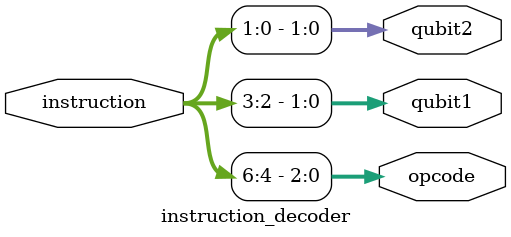
<source format=v>
module instruction_decoder (
    input [6:0] instruction,
    output reg [2:0] opcode,
    output reg [1:0] qubit1,
    output reg [1:0] qubit2
);
    always @(*) begin
        opcode  = instruction[6:4];
        qubit1  = instruction[3:2];
        qubit2  = instruction[1:0];
    end
endmodule

</source>
